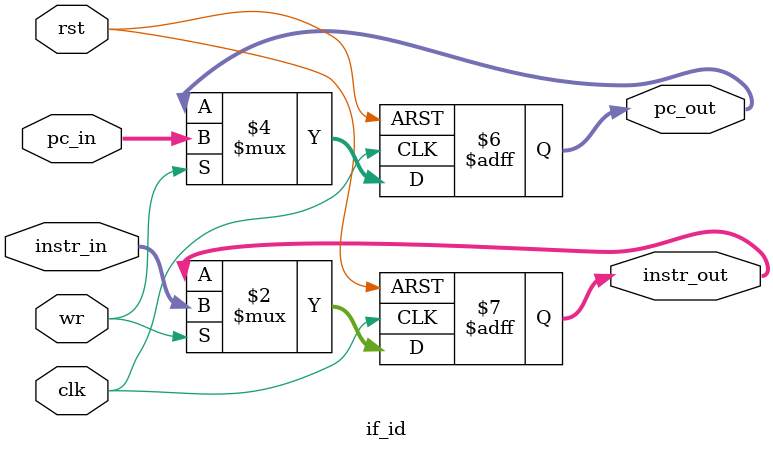
<source format=sv>
`timescale 1ns / 1ps

module if_id #(parameter WIDTH = 32)(
    input logic clk,
    input logic rst,
    input logic wr,                          // <<< NEW WRITE ENABLE
    input logic [WIDTH-1:0] pc_in,
    input logic [WIDTH-1:0] instr_in,
    output logic [WIDTH-1:0] pc_out,
    output logic [WIDTH-1:0] instr_out
);

    always_ff @(posedge clk or posedge rst) begin
        if (rst) begin
            pc_out    <= 0;
            instr_out <= 0;
        end 
        else if (wr) begin                   // <<< ONLY UPDATE IF wr = 1
            pc_out    <= pc_in;
            instr_out <= instr_in;
        end
        // else: wr == 0 → stall → hold values (do nothing)
    end
    
endmodule

</source>
